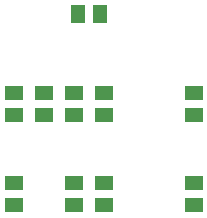
<source format=gbr>
G04 EAGLE Gerber RS-274X export*
G75*
%MOMM*%
%FSLAX34Y34*%
%LPD*%
%INSolderpaste Top*%
%IPPOS*%
%AMOC8*
5,1,8,0,0,1.08239X$1,22.5*%
G01*
%ADD10R,1.500000X1.300000*%
%ADD11R,1.300000X1.500000*%


D10*
X279400Y371500D03*
X279400Y390500D03*
X127000Y371500D03*
X127000Y390500D03*
X152400Y447700D03*
X152400Y466700D03*
X203200Y466700D03*
X203200Y447700D03*
X127000Y466700D03*
X127000Y447700D03*
X177800Y466700D03*
X177800Y447700D03*
X279400Y447700D03*
X279400Y466700D03*
X177800Y371500D03*
X177800Y390500D03*
X203200Y371500D03*
X203200Y390500D03*
D11*
X181000Y533400D03*
X200000Y533400D03*
M02*

</source>
